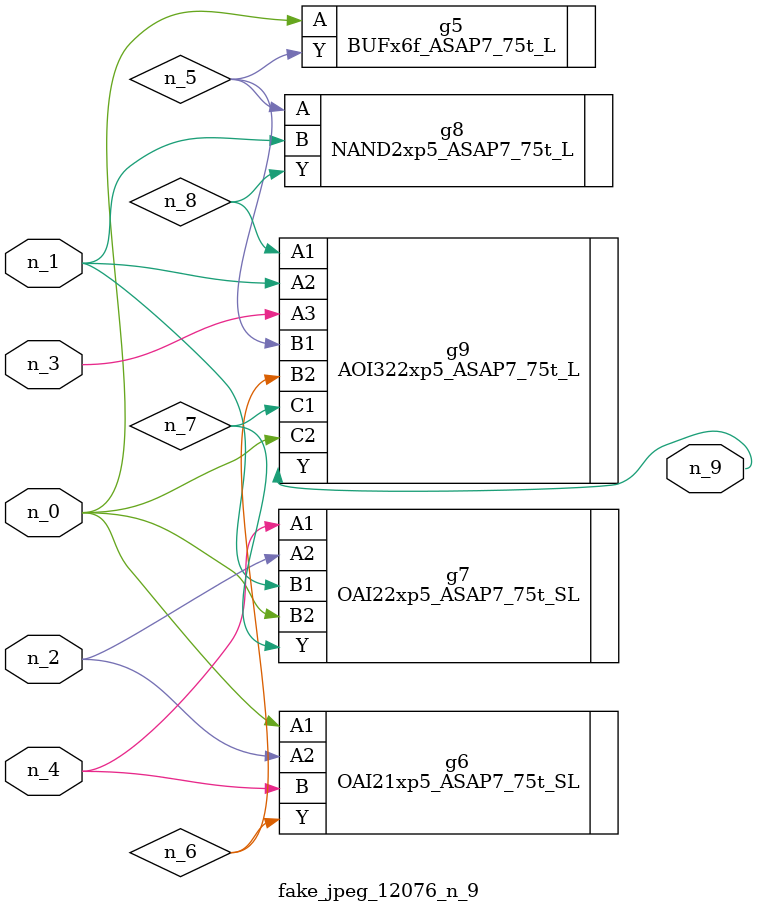
<source format=v>
module fake_jpeg_12076_n_9 (n_3, n_2, n_1, n_0, n_4, n_9);

input n_3;
input n_2;
input n_1;
input n_0;
input n_4;

output n_9;

wire n_8;
wire n_6;
wire n_5;
wire n_7;

BUFx6f_ASAP7_75t_L g5 ( 
.A(n_0),
.Y(n_5)
);

OAI21xp5_ASAP7_75t_SL g6 ( 
.A1(n_0),
.A2(n_2),
.B(n_4),
.Y(n_6)
);

OAI22xp5_ASAP7_75t_SL g7 ( 
.A1(n_4),
.A2(n_2),
.B1(n_1),
.B2(n_0),
.Y(n_7)
);

NAND2xp5_ASAP7_75t_L g8 ( 
.A(n_5),
.B(n_1),
.Y(n_8)
);

AOI322xp5_ASAP7_75t_L g9 ( 
.A1(n_8),
.A2(n_1),
.A3(n_3),
.B1(n_5),
.B2(n_6),
.C1(n_7),
.C2(n_0),
.Y(n_9)
);


endmodule
</source>
